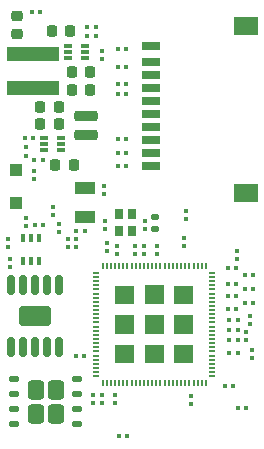
<source format=gtp>
G04 #@! TF.GenerationSoftware,KiCad,Pcbnew,9.0.0+1*
G04 #@! TF.CreationDate,2025-04-14T19:52:18+02:00*
G04 #@! TF.ProjectId,P4_M.2_B+M-key,50345f4d-2e32-45f4-922b-4d2d6b65792e,rev?*
G04 #@! TF.SameCoordinates,Original*
G04 #@! TF.FileFunction,Paste,Top*
G04 #@! TF.FilePolarity,Positive*
%FSLAX46Y46*%
G04 Gerber Fmt 4.6, Leading zero omitted, Abs format (unit mm)*
G04 Created by KiCad (PCBNEW 9.0.0+1) date 2025-04-14 19:52:18*
%MOMM*%
%LPD*%
G01*
G04 APERTURE LIST*
G04 Aperture macros list*
%AMRoundRect*
0 Rectangle with rounded corners*
0 $1 Rounding radius*
0 $2 $3 $4 $5 $6 $7 $8 $9 X,Y pos of 4 corners*
0 Add a 4 corners polygon primitive as box body*
4,1,4,$2,$3,$4,$5,$6,$7,$8,$9,$2,$3,0*
0 Add four circle primitives for the rounded corners*
1,1,$1+$1,$2,$3*
1,1,$1+$1,$4,$5*
1,1,$1+$1,$6,$7*
1,1,$1+$1,$8,$9*
0 Add four rect primitives between the rounded corners*
20,1,$1+$1,$2,$3,$4,$5,0*
20,1,$1+$1,$4,$5,$6,$7,0*
20,1,$1+$1,$6,$7,$8,$9,0*
20,1,$1+$1,$8,$9,$2,$3,0*%
G04 Aperture macros list end*
%ADD10C,0.000000*%
%ADD11RoundRect,0.079500X0.100500X-0.079500X0.100500X0.079500X-0.100500X0.079500X-0.100500X-0.079500X0*%
%ADD12RoundRect,0.079500X-0.100500X0.079500X-0.100500X-0.079500X0.100500X-0.079500X0.100500X0.079500X0*%
%ADD13RoundRect,0.079500X-0.079500X-0.100500X0.079500X-0.100500X0.079500X0.100500X-0.079500X0.100500X0*%
%ADD14RoundRect,0.225000X0.225000X0.250000X-0.225000X0.250000X-0.225000X-0.250000X0.225000X-0.250000X0*%
%ADD15RoundRect,0.079500X0.079500X0.100500X-0.079500X0.100500X-0.079500X-0.100500X0.079500X-0.100500X0*%
%ADD16R,1.500000X0.800000*%
%ADD17R,2.000000X1.500000*%
%ADD18RoundRect,0.090000X-0.235000X-0.000010X0.235000X-0.000010X0.235000X0.000010X-0.235000X0.000010X0*%
%ADD19RoundRect,0.090000X-0.000010X-0.235000X0.000010X-0.235000X0.000010X0.235000X-0.000010X0.235000X0*%
%ADD20RoundRect,0.087500X0.250000X0.087500X-0.250000X0.087500X-0.250000X-0.087500X0.250000X-0.087500X0*%
%ADD21RoundRect,0.212500X-0.787500X0.212500X-0.787500X-0.212500X0.787500X-0.212500X0.787500X0.212500X0*%
%ADD22RoundRect,0.218750X0.256250X-0.218750X0.256250X0.218750X-0.256250X0.218750X-0.256250X-0.218750X0*%
%ADD23R,1.800000X1.000000*%
%ADD24RoundRect,0.225000X-0.225000X-0.250000X0.225000X-0.250000X0.225000X0.250000X-0.225000X0.250000X0*%
%ADD25R,4.400000X1.300000*%
%ADD26RoundRect,0.250000X-0.435000X-0.555000X0.435000X-0.555000X0.435000X0.555000X-0.435000X0.555000X0*%
%ADD27RoundRect,0.125000X-0.262500X-0.125000X0.262500X-0.125000X0.262500X0.125000X-0.262500X0.125000X0*%
%ADD28R,0.800000X0.900000*%
%ADD29RoundRect,0.087500X-0.250000X-0.087500X0.250000X-0.087500X0.250000X0.087500X-0.250000X0.087500X0*%
%ADD30RoundRect,0.100000X0.100000X-0.225000X0.100000X0.225000X-0.100000X0.225000X-0.100000X-0.225000X0*%
%ADD31RoundRect,0.250000X0.300000X-0.300000X0.300000X0.300000X-0.300000X0.300000X-0.300000X-0.300000X0*%
%ADD32RoundRect,0.250000X1.080000X-0.595000X1.080000X0.595000X-1.080000X0.595000X-1.080000X-0.595000X0*%
%ADD33RoundRect,0.150000X0.150000X-0.687500X0.150000X0.687500X-0.150000X0.687500X-0.150000X-0.687500X0*%
%ADD34RoundRect,0.147500X-0.172500X0.147500X-0.172500X-0.147500X0.172500X-0.147500X0.172500X0.147500X0*%
G04 APERTURE END LIST*
D10*
G04 #@! TO.C,U2*
G36*
X148690000Y-109590000D02*
G01*
X147110000Y-109590000D01*
X147110000Y-108010000D01*
X148690000Y-108010000D01*
X148690000Y-109590000D01*
G37*
G36*
X148690000Y-112090000D02*
G01*
X147110000Y-112090000D01*
X147110000Y-110510000D01*
X148690000Y-110510000D01*
X148690000Y-112090000D01*
G37*
G36*
X148690000Y-114590000D02*
G01*
X147110000Y-114590000D01*
X147110000Y-113010000D01*
X148690000Y-113010000D01*
X148690000Y-114590000D01*
G37*
G36*
X151190000Y-109550000D02*
G01*
X149610000Y-109550000D01*
X149610000Y-107970000D01*
X151190000Y-107970000D01*
X151190000Y-109550000D01*
G37*
G36*
X151190000Y-112090000D02*
G01*
X149610000Y-112090000D01*
X149610000Y-110510000D01*
X151190000Y-110510000D01*
X151190000Y-112090000D01*
G37*
G36*
X151190000Y-114590000D02*
G01*
X149610000Y-114590000D01*
X149610000Y-113010000D01*
X151190000Y-113010000D01*
X151190000Y-114590000D01*
G37*
G36*
X153690000Y-109590000D02*
G01*
X152110000Y-109590000D01*
X152110000Y-108010000D01*
X153690000Y-108010000D01*
X153690000Y-109590000D01*
G37*
G36*
X153690000Y-112090000D02*
G01*
X152110000Y-112090000D01*
X152110000Y-110510000D01*
X153690000Y-110510000D01*
X153690000Y-112090000D01*
G37*
G36*
X153690000Y-114590000D02*
G01*
X152110000Y-114590000D01*
X152110000Y-113010000D01*
X153690000Y-113010000D01*
X153690000Y-114590000D01*
G37*
G04 #@! TD*
D11*
G04 #@! TO.C,R18*
X153100000Y-102345000D03*
X153100000Y-101655000D03*
G04 #@! TD*
G04 #@! TO.C,C3*
X147100000Y-117945000D03*
X147100000Y-117255000D03*
G04 #@! TD*
D12*
G04 #@! TO.C,R6*
X158650000Y-113430000D03*
X158650000Y-114120000D03*
G04 #@! TD*
D13*
G04 #@! TO.C,R10*
X147355000Y-96800000D03*
X148045000Y-96800000D03*
G04 #@! TD*
D14*
G04 #@! TO.C,C33*
X142300000Y-94350000D03*
X140750000Y-94350000D03*
G04 #@! TD*
D15*
G04 #@! TO.C,R26*
X140945000Y-97400000D03*
X140255000Y-97400000D03*
G04 #@! TD*
D16*
G04 #@! TO.C,J1*
X150100000Y-90150000D03*
X150100000Y-91250000D03*
X150100000Y-92350000D03*
X150100000Y-93450000D03*
X150100000Y-94550000D03*
X150100000Y-95650000D03*
X150100000Y-96750000D03*
X150100000Y-97850000D03*
X150100000Y-89050000D03*
X150100000Y-87700000D03*
D17*
X158200000Y-100200000D03*
X158200000Y-86000000D03*
G04 #@! TD*
D11*
G04 #@! TO.C,C11*
X158200000Y-112645000D03*
X158200000Y-111955000D03*
G04 #@! TD*
G04 #@! TO.C,R7*
X157400000Y-105745000D03*
X157400000Y-105055000D03*
G04 #@! TD*
G04 #@! TO.C,C28*
X146200000Y-103245000D03*
X146200000Y-102555000D03*
G04 #@! TD*
G04 #@! TO.C,R22*
X145438100Y-86828600D03*
X145438100Y-86138600D03*
G04 #@! TD*
D18*
G04 #@! TO.C,U2*
X145475000Y-106925000D03*
X145475000Y-107275000D03*
X145475000Y-107625000D03*
X145475000Y-107975000D03*
X145475000Y-108325000D03*
X145475000Y-108675000D03*
X145475000Y-109025000D03*
X145475000Y-109375000D03*
X145475000Y-109725000D03*
X145475000Y-110075000D03*
X145475000Y-110425000D03*
X145475000Y-110775000D03*
X145475000Y-111125000D03*
X145475000Y-111475000D03*
X145475000Y-111825000D03*
X145475000Y-112175000D03*
X145475000Y-112525000D03*
X145475000Y-112875000D03*
X145475000Y-113225000D03*
X145475000Y-113575000D03*
X145475000Y-113925000D03*
X145475000Y-114275000D03*
X145475000Y-114625000D03*
X145475000Y-114975000D03*
X145475000Y-115325000D03*
X145475000Y-115675000D03*
D19*
X146025000Y-116225000D03*
X146375000Y-116225000D03*
X146725000Y-116225000D03*
X147075000Y-116225000D03*
X147425000Y-116225000D03*
X147775000Y-116225000D03*
X148125000Y-116225000D03*
X148475000Y-116225000D03*
X148825000Y-116225000D03*
X149175000Y-116225000D03*
X149525000Y-116225000D03*
X149875000Y-116225000D03*
X150225000Y-116225000D03*
X150575000Y-116225000D03*
X150925000Y-116225000D03*
X151275000Y-116225000D03*
X151625000Y-116225000D03*
X151975000Y-116225000D03*
X152325000Y-116225000D03*
X152675000Y-116225000D03*
X153025000Y-116225000D03*
X153375000Y-116225000D03*
X153725000Y-116225000D03*
X154075000Y-116225000D03*
X154425000Y-116225000D03*
X154775000Y-116225000D03*
D18*
X155325000Y-115675000D03*
X155325000Y-115325000D03*
X155325000Y-114975000D03*
X155325000Y-114625000D03*
X155325000Y-114275000D03*
X155325000Y-113925000D03*
X155325000Y-113575000D03*
X155325000Y-113225000D03*
X155325000Y-112875000D03*
X155325000Y-112525000D03*
X155325000Y-112175000D03*
X155325000Y-111825000D03*
X155325000Y-111475000D03*
X155325000Y-111125000D03*
X155325000Y-110775000D03*
X155325000Y-110425000D03*
X155325000Y-110075000D03*
X155325000Y-109725000D03*
X155325000Y-109375000D03*
X155325000Y-109025000D03*
X155325000Y-108675000D03*
X155325000Y-108325000D03*
X155325000Y-107975000D03*
X155325000Y-107625000D03*
X155325000Y-107275000D03*
X155325000Y-106925000D03*
D19*
X154775000Y-106375000D03*
X154425000Y-106375000D03*
X154075000Y-106375000D03*
X153725000Y-106375000D03*
X153375000Y-106375000D03*
X153025000Y-106375000D03*
X152675000Y-106375000D03*
X152325000Y-106375000D03*
X151975000Y-106375000D03*
X151625000Y-106375000D03*
X151275000Y-106375000D03*
X150925000Y-106375000D03*
X150575000Y-106375000D03*
X150225000Y-106375000D03*
X149875000Y-106375000D03*
X149525000Y-106375000D03*
X149175000Y-106375000D03*
X148825000Y-106375000D03*
X148475000Y-106375000D03*
X148125000Y-106375000D03*
X147775000Y-106375000D03*
X147425000Y-106375000D03*
X147075000Y-106375000D03*
X146725000Y-106375000D03*
X146375000Y-106375000D03*
X146025000Y-106375000D03*
G04 #@! TD*
D12*
G04 #@! TO.C,R24*
X144688100Y-86138600D03*
X144688100Y-86828600D03*
G04 #@! TD*
D11*
G04 #@! TO.C,R25*
X139500000Y-96995000D03*
X139500000Y-96305000D03*
G04 #@! TD*
D15*
G04 #@! TO.C,C16*
X158745000Y-109500000D03*
X158055000Y-109500000D03*
G04 #@! TD*
D11*
G04 #@! TO.C,C7*
X145225000Y-117945000D03*
X145225000Y-117255000D03*
G04 #@! TD*
D12*
G04 #@! TO.C,R28*
X153470000Y-117315000D03*
X153470000Y-118005000D03*
G04 #@! TD*
D15*
G04 #@! TO.C,C15*
X157345000Y-110000000D03*
X156655000Y-110000000D03*
G04 #@! TD*
D12*
G04 #@! TO.C,C25*
X148800000Y-104655000D03*
X148800000Y-105345000D03*
G04 #@! TD*
D13*
G04 #@! TO.C,R14*
X147355000Y-88000000D03*
X148045000Y-88000000D03*
G04 #@! TD*
G04 #@! TO.C,C9*
X143755000Y-113950000D03*
X144445000Y-113950000D03*
G04 #@! TD*
G04 #@! TO.C,R5*
X156755000Y-111800000D03*
X157445000Y-111800000D03*
G04 #@! TD*
D20*
G04 #@! TO.C,IC2*
X142512500Y-96525000D03*
X142512500Y-96025000D03*
X142512500Y-95525000D03*
X141087500Y-95525000D03*
X141087500Y-96025000D03*
X141087500Y-96525000D03*
G04 #@! TD*
D13*
G04 #@! TO.C,C4*
X157505000Y-118400000D03*
X158195000Y-118400000D03*
G04 #@! TD*
D12*
G04 #@! TO.C,C26*
X150600000Y-104655000D03*
X150600000Y-105345000D03*
G04 #@! TD*
D13*
G04 #@! TO.C,R12*
X147355000Y-89500000D03*
X148045000Y-89500000D03*
G04 #@! TD*
G04 #@! TO.C,C13*
X143805000Y-103350000D03*
X144495000Y-103350000D03*
G04 #@! TD*
G04 #@! TO.C,C32*
X139455000Y-95500000D03*
X140145000Y-95500000D03*
G04 #@! TD*
D15*
G04 #@! TO.C,C14*
X157445000Y-110900000D03*
X156755000Y-110900000D03*
G04 #@! TD*
D12*
G04 #@! TO.C,R31*
X139550000Y-102260000D03*
X139550000Y-102950000D03*
G04 #@! TD*
D13*
G04 #@! TO.C,R30*
X140305000Y-102842500D03*
X140995000Y-102842500D03*
G04 #@! TD*
D21*
G04 #@! TO.C,L2*
X144600000Y-93625000D03*
X144600000Y-95275000D03*
G04 #@! TD*
D22*
G04 #@! TO.C,D3*
X138750000Y-86737500D03*
X138750000Y-85162500D03*
G04 #@! TD*
D12*
G04 #@! TO.C,R3*
X146000000Y-117255000D03*
X146000000Y-117945000D03*
G04 #@! TD*
G04 #@! TO.C,R23*
X140250000Y-98285000D03*
X140250000Y-98975000D03*
G04 #@! TD*
G04 #@! TO.C,C2*
X138150000Y-105755000D03*
X138150000Y-106445000D03*
G04 #@! TD*
G04 #@! TO.C,R2*
X141800000Y-101335000D03*
X141800000Y-102025000D03*
G04 #@! TD*
D14*
G04 #@! TO.C,C37*
X143575000Y-97750000D03*
X142025000Y-97750000D03*
G04 #@! TD*
D23*
G04 #@! TO.C,Y1*
X144500000Y-102200000D03*
X144500000Y-99700000D03*
G04 #@! TD*
D24*
G04 #@! TO.C,C46*
X143425000Y-91400000D03*
X144975000Y-91400000D03*
G04 #@! TD*
D13*
G04 #@! TO.C,R13*
X147355000Y-90900000D03*
X148045000Y-90900000D03*
G04 #@! TD*
D12*
G04 #@! TO.C,C29*
X149600000Y-102555000D03*
X149600000Y-103245000D03*
G04 #@! TD*
D11*
G04 #@! TO.C,C21*
X146100000Y-100245000D03*
X146100000Y-99555000D03*
G04 #@! TD*
G04 #@! TO.C,R1*
X142350000Y-103495000D03*
X142350000Y-102805000D03*
G04 #@! TD*
D14*
G04 #@! TO.C,C34*
X142300000Y-92875000D03*
X140750000Y-92875000D03*
G04 #@! TD*
D12*
G04 #@! TO.C,C23*
X146400000Y-104405000D03*
X146400000Y-105095000D03*
G04 #@! TD*
D25*
G04 #@! TO.C,L1*
X140138100Y-91233600D03*
X140138100Y-88433600D03*
G04 #@! TD*
D11*
G04 #@! TO.C,C50*
X138050000Y-104745000D03*
X138050000Y-104055000D03*
G04 #@! TD*
D26*
G04 #@! TO.C,IC1*
X140362500Y-116845000D03*
X140362500Y-118845000D03*
X142062500Y-116845000D03*
X142062500Y-118845000D03*
D27*
X138550000Y-115940000D03*
X138550000Y-117210000D03*
X138550000Y-118480000D03*
X138550000Y-119750000D03*
X143875000Y-119750000D03*
X143875000Y-118480000D03*
X143875000Y-117210000D03*
X143875000Y-115940000D03*
G04 #@! TD*
D15*
G04 #@! TO.C,C5*
X157085000Y-116520000D03*
X156395000Y-116520000D03*
G04 #@! TD*
G04 #@! TO.C,C10*
X157445000Y-113700000D03*
X156755000Y-113700000D03*
G04 #@! TD*
G04 #@! TO.C,C17*
X157345000Y-108900000D03*
X156655000Y-108900000D03*
G04 #@! TD*
D28*
G04 #@! TO.C,Y2*
X147400000Y-101950000D03*
X147400000Y-103350000D03*
X148500000Y-103350000D03*
X148500000Y-101950000D03*
G04 #@! TD*
D29*
G04 #@! TO.C,IC4*
X143125600Y-87733600D03*
X143125600Y-88233600D03*
X143125600Y-88733600D03*
X144550600Y-88733600D03*
X144550600Y-88233600D03*
X144550600Y-87733600D03*
G04 #@! TD*
D15*
G04 #@! TO.C,C19*
X157345000Y-107900000D03*
X156655000Y-107900000D03*
G04 #@! TD*
D24*
G04 #@! TO.C,C49*
X141725000Y-86450000D03*
X143275000Y-86450000D03*
G04 #@! TD*
D15*
G04 #@! TO.C,C12*
X157445000Y-112600000D03*
X156755000Y-112600000D03*
G04 #@! TD*
D12*
G04 #@! TO.C,C27*
X152900000Y-103955000D03*
X152900000Y-104645000D03*
G04 #@! TD*
D11*
G04 #@! TO.C,R27*
X149500000Y-105315000D03*
X149500000Y-104625000D03*
G04 #@! TD*
D15*
G04 #@! TO.C,C22*
X157345000Y-106500000D03*
X156655000Y-106500000D03*
G04 #@! TD*
D30*
G04 #@! TO.C,Q2*
X139300000Y-105892500D03*
X139950000Y-105892500D03*
X140600000Y-105892500D03*
X140600000Y-103992500D03*
X139950000Y-103992500D03*
X139300000Y-103992500D03*
G04 #@! TD*
D13*
G04 #@! TO.C,R9*
X140005000Y-84850000D03*
X140695000Y-84850000D03*
G04 #@! TD*
D15*
G04 #@! TO.C,C18*
X158745000Y-108300000D03*
X158055000Y-108300000D03*
G04 #@! TD*
D13*
G04 #@! TO.C,C38*
X147355000Y-95600000D03*
X148045000Y-95600000D03*
G04 #@! TD*
G04 #@! TO.C,R19*
X147355000Y-91800000D03*
X148045000Y-91800000D03*
G04 #@! TD*
D12*
G04 #@! TO.C,R8*
X158500000Y-110555000D03*
X158500000Y-111245000D03*
G04 #@! TD*
D13*
G04 #@! TO.C,R11*
X147355000Y-97900000D03*
X148045000Y-97900000D03*
G04 #@! TD*
D12*
G04 #@! TO.C,R4*
X143800000Y-104055000D03*
X143800000Y-104745000D03*
G04 #@! TD*
G04 #@! TO.C,C24*
X147200000Y-104655000D03*
X147200000Y-105345000D03*
G04 #@! TD*
D15*
G04 #@! TO.C,R29*
X148115000Y-120750000D03*
X147425000Y-120750000D03*
G04 #@! TD*
D31*
G04 #@! TO.C,D2*
X138700000Y-101000000D03*
X138700000Y-98200000D03*
G04 #@! TD*
D32*
G04 #@! TO.C,U5*
X140300000Y-110600000D03*
D33*
X138300000Y-113237500D03*
X139300000Y-113237500D03*
X140300000Y-113237500D03*
X141300000Y-113237500D03*
X142300000Y-113237500D03*
X142300000Y-107962500D03*
X141300000Y-107962500D03*
X140300000Y-107962500D03*
X139300000Y-107962500D03*
X138300000Y-107962500D03*
G04 #@! TD*
D34*
G04 #@! TO.C,D1*
X150500000Y-102230000D03*
X150500000Y-103200000D03*
G04 #@! TD*
D15*
G04 #@! TO.C,C20*
X158765000Y-107100000D03*
X158075000Y-107100000D03*
G04 #@! TD*
D24*
G04 #@! TO.C,C47*
X143400000Y-89925000D03*
X144950000Y-89925000D03*
G04 #@! TD*
D11*
G04 #@! TO.C,C48*
X146000000Y-88825000D03*
X146000000Y-88135000D03*
G04 #@! TD*
D12*
G04 #@! TO.C,C6*
X143100000Y-104055000D03*
X143100000Y-104745000D03*
G04 #@! TD*
M02*

</source>
